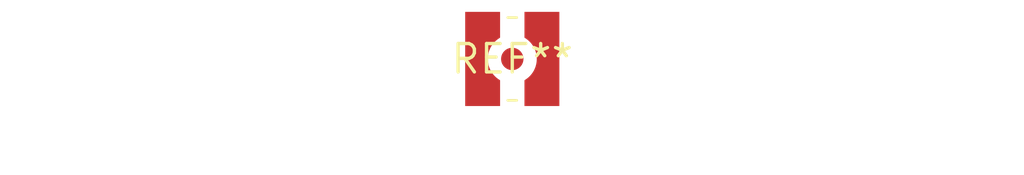
<source format=kicad_pcb>
(kicad_pcb (version 20240108) (generator pcbnew)
  (layers (0 "F.Cu" signal) (31 "B.Cu" signal) (34 "B.Paste" user) (35 "F.Paste" user) (36 "B.SilkS" user "B.Silkscreen") (37 "F.SilkS" user "F.Silkscreen") (38 "B.Mask" user) (39 "F.Mask" user) (44 "Edge.Cuts" user))
  (net 0 "")
  (footprint "WR-MMCX_Wuerth_66011102111302_Horizontal" (layer "F.Cu") (at 0 0)
    (property "Reference" "REF**")
    (property "Value" "WR-MMCX_Wuerth_66011102111302_Horizontal")
    (fp_line (start -0.2 -1.85) (end 0.2 -1.85) (layer "F.SilkS") (stroke (width 0.12)))
    (fp_line (start 0.2 1.85) (end -0.2 1.85) (layer "F.SilkS") (stroke (width 0.12)))
    (pad "1" smd circle (at 0 0) (size 1 1) (layers "F.Cu" "F.Paste" "F.Mask"))
    (pad "2" smd custom (at -1.6 0) (size 0.5 0.5) (layers "F.Cu" "F.Mask") (options (clearance outline) (anchor rect)) (primitives (gr_poly (pts (xy 1.05 -0.955) (xy 1.05 -2.1) (xy -0.5 -2.1) (xy -0.5 2.1) (xy 1.05 2.1) (xy 1.05 0.955) (xy 0.995 0.92) (xy 0.94 0.88) (xy 0.895 0.845) (xy 0.845 0.8) (xy 0.785 0.74) (xy 0.735 0.68) (xy 0.68 0.605) (xy 0.65 0.555) (xy 0.605 0.47) (xy 0.575 0.4) (xy 0.545 0.315) (xy 0.53 0.255) (xy 0.515 0.18) (xy 0.505 0.11) (xy 0.5 0.03) (xy 0.5 -0.03) (xy 0.505 -0.11) (xy 0.515 -0.18) (xy 0.53 -0.255) (xy 0.55 -0.33) (xy 0.575 -0.4) (xy 0.61 -0.48) (xy 0.635 -0.53) (xy 0.665 -0.58) (xy 0.705 -0.64) (xy 0.735 -0.68) (xy 0.76 -0.71) (xy 0.795 -0.75) (xy 0.84 -0.795) (xy 0.89 -0.84) (xy 0.94 -0.88) (xy 0.975 -0.905) (xy 1.02 -0.935)) (width 0.01) (fill yes))))
    (pad "2" smd custom (at 1.6 0 180) (size 0.5 0.5) (layers "F.Cu" "F.Mask") (options (clearance outline) (anchor rect)) (primitives (gr_poly (pts (xy 1.05 -0.955) (xy 1.05 -2.1) (xy -0.5 -2.1) (xy -0.5 2.1) (xy 1.05 2.1) (xy 1.05 0.955) (xy 0.995 0.92) (xy 0.94 0.88) (xy 0.895 0.845) (xy 0.845 0.8) (xy 0.785 0.74) (xy 0.735 0.68) (xy 0.68 0.605) (xy 0.65 0.555) (xy 0.605 0.47) (xy 0.575 0.4) (xy 0.545 0.315) (xy 0.53 0.255) (xy 0.515 0.18) (xy 0.505 0.11) (xy 0.5 0.03) (xy 0.5 -0.03) (xy 0.505 -0.11) (xy 0.515 -0.18) (xy 0.53 -0.255) (xy 0.55 -0.33) (xy 0.575 -0.4) (xy 0.61 -0.48) (xy 0.635 -0.53) (xy 0.665 -0.58) (xy 0.705 -0.64) (xy 0.735 -0.68) (xy 0.76 -0.71) (xy 0.795 -0.75) (xy 0.84 -0.795) (xy 0.89 -0.84) (xy 0.94 -0.88) (xy 0.975 -0.905) (xy 1.02 -0.935)) (width 0.01) (fill yes))))
  )
)
</source>
